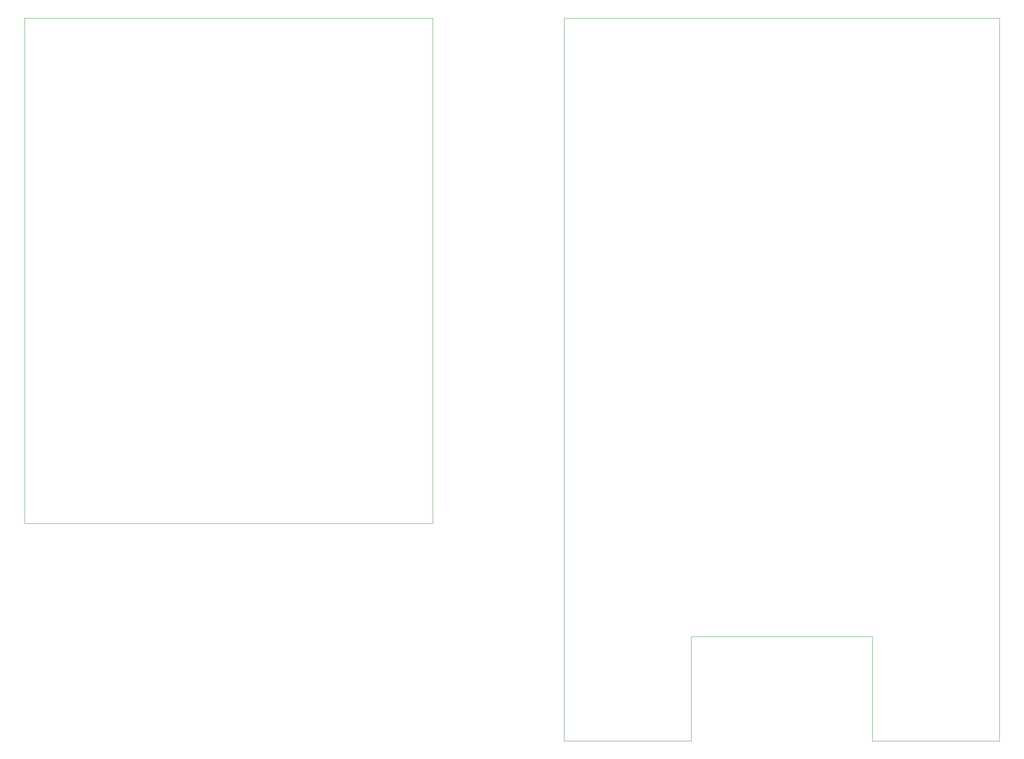
<source format=gm1>
%TF.GenerationSoftware,KiCad,Pcbnew,7.0.0-da2b9df05c~171~ubuntu22.04.1*%
%TF.CreationDate,2023-03-08T20:31:39-05:00*%
%TF.ProjectId,springReverbRev2,73707269-6e67-4526-9576-657262526576,rev?*%
%TF.SameCoordinates,Original*%
%TF.FileFunction,Profile,NP*%
%FSLAX46Y46*%
G04 Gerber Fmt 4.6, Leading zero omitted, Abs format (unit mm)*
G04 Created by KiCad (PCBNEW 7.0.0-da2b9df05c~171~ubuntu22.04.1) date 2023-03-08 20:31:39*
%MOMM*%
%LPD*%
G01*
G04 APERTURE LIST*
%TA.AperFunction,Profile*%
%ADD10C,0.050000*%
%TD*%
G04 APERTURE END LIST*
D10*
X273000000Y-188000000D02*
X245000000Y-188000000D01*
X245000000Y-165000000D01*
X205000000Y-165000000D01*
X205000000Y-188000000D01*
X177000000Y-188000000D01*
X177000000Y-28500000D01*
X273000000Y-28500000D01*
X273000000Y-188000000D01*
X58000000Y-28500000D02*
X148000000Y-28500000D01*
X148000000Y-28500000D02*
X148000000Y-140000000D01*
X148000000Y-140000000D02*
X58000000Y-140000000D01*
X58000000Y-140000000D02*
X58000000Y-28500000D01*
M02*

</source>
